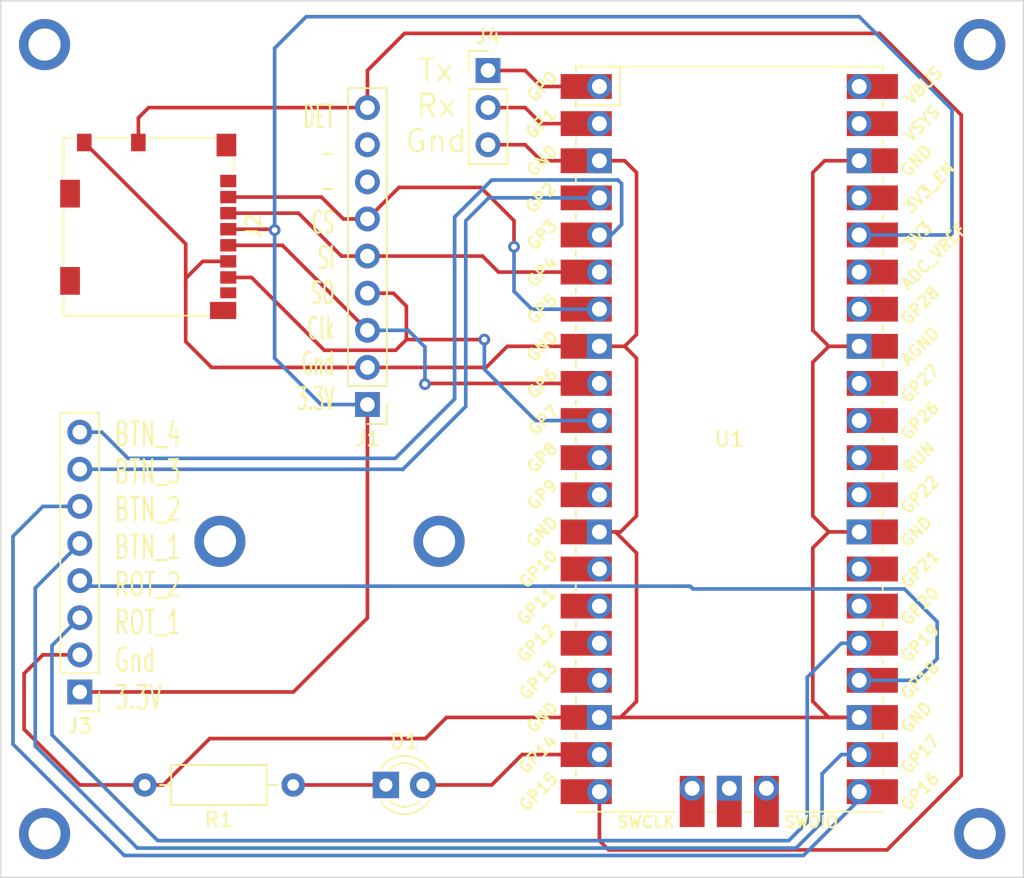
<source format=kicad_pcb>
(kicad_pcb (version 20211014) (generator pcbnew)
  (layers (0 "F.Cu" signal) (31 "B.Cu" signal) (34 "B.Paste" user) (35 "F.Paste" user) (36 "B.SilkS" user "B.Silkscreen") (37 "F.SilkS" user "F.Silkscreen") (38 "B.Mask" user) (39 "F.Mask" user) (44 "Edge.Cuts" user))
  (net 0 "")
  (net 1 "+3.3V")
  (net 2 "GND")
  (net 3 "SD_SPI_CLK")
  (net 4 "SD_SPI_TX")
  (net 5 "SD_SPI_RX")
  (net 6 "SD_CS")
  (net 9 "SD_DET")
  (net 12 "Net-(D1-Pad1)")
  (net 13 "DBG_LED")
  (net 14 "ROT_1")
  (net 15 "ROT_2")
  (net 22 "BUTTON_1")
  (net 37 "BUTTON_2")
  (net 38 "BUTTON_3")
  (net 39 "BUTTON_4")
  (net 40 "DBG_TX")
  (net 41 "DBG_RX")
  (footprint "Connector_PinHeader_2.54mm:PinHeader_1x08_P2.54mm_Vertical" (layer "F.Cu") (at 105.41 147.305 180)
    (fp_text reference "J3" (at 0 -2.33) (layer "F.SilkS"))
    (fp_text value "Conn_01x08_Male" hide)
    (fp_line (start -1.33 1.27) (end 1.33 1.27) (layer "F.SilkS") (width 0.12))
    (fp_line (start -1.33 0) (end -1.33 -1.33) (layer "F.SilkS") (width 0.12))
    (fp_line (start -1.33 19.11) (end 1.33 19.11) (layer "F.SilkS") (width 0.12))
    (fp_line (start 1.33 1.27) (end 1.33 19.11) (layer "F.SilkS") (width 0.12))
    (fp_line (start -1.33 1.27) (end -1.33 19.11) (layer "F.SilkS") (width 0.12))
    (fp_line (start -1.33 -1.33) (end 0 -1.33) (layer "F.SilkS") (width 0.12))
    (pad "1" thru_hole rect (at 0 0 180) (size 1.7 1.7) (drill 1) (layers *.Cu *.Mask) (net 1 "+3.3V"))
    (pad "2" thru_hole oval (at 0 2.54 180) (size 1.7 1.7) (drill 1) (layers *.Cu *.Mask) (net 2 "GND"))
    (pad "3" thru_hole oval (at 0 5.08 180) (size 1.7 1.7) (drill 1) (layers *.Cu *.Mask) (net 14 "ROT_1"))
    (pad "4" thru_hole oval (at 0 7.62 180) (size 1.7 1.7) (drill 1) (layers *.Cu *.Mask) (net 15 "ROT_2"))
    (pad "5" thru_hole oval (at 0 10.16 180) (size 1.7 1.7) (drill 1) (layers *.Cu *.Mask) (net 22 "BUTTON_1"))
    (pad "6" thru_hole oval (at 0 12.7 180) (size 1.7 1.7) (drill 1) (layers *.Cu *.Mask) (net 37 "BUTTON_2"))
    (pad "7" thru_hole oval (at 0 15.24 180) (size 1.7 1.7) (drill 1) (layers *.Cu *.Mask) (net 38 "BUTTON_3"))
    (pad "8" thru_hole oval (at 0 17.78 180) (size 1.7 1.7) (drill 1) (layers *.Cu *.Mask) (net 39 "BUTTON_4"))
  )
  (footprint "MountingHole:MountingHole_2.2mm_M2_ISO7380_Pad" (layer "F.Cu") (at 130 137)
    (fp_text reference "REF**" hide)
    (fp_text value "MountingHole_2.2mm_M2_ISO7380_Pad" hide)
    (pad "1" thru_hole circle (at 0 0) (size 3.5 3.5) (drill 2.2) (layers *.Cu *.Mask))
  )
  (footprint "Connector_Card:microSD_HC_Molex_104031-0811" (layer "F.Cu") (at 110.12 115.4425 -90)
    (fp_text reference "J2" (at 0 -7.18 90) (layer "F.SilkS"))
    (fp_text value "104031-0811" hide)
    (fp_line (start -6.07 5.1) (end -6.07 5.82) (layer "F.SilkS") (width 0.12))
    (fp_line (start -6.07 -4.45) (end -6.07 0) (layer "F.SilkS") (width 0.12))
    (fp_line (start 6.11 5.82) (end 6.11 -4) (layer "F.SilkS") (width 0.12))
    (fp_line (start -4.59 -5.82) (end -3.73 -5.82) (layer "F.SilkS") (width 0.12))
    (fp_line (start -6.07 1.4) (end -6.07 3.7) (layer "F.SilkS") (width 0.12))
    (fp_line (start 4.88 5.82) (end 6.11 5.82) (layer "F.SilkS") (width 0.12))
    (fp_line (start -1.09 5.82) (end 2.58 5.82) (layer "F.SilkS") (width 0.12))
    (fp_line (start -6.07 5.82) (end -3.39 5.82) (layer "F.SilkS") (width 0.12))
    (pad "1" smd rect (at -3.105 -5.45 270) (size 0.85 1.1) (layers "F.Cu" "F.Paste" "F.Mask"))
    (pad "2" smd rect (at -2.005 -5.45 270) (size 0.85 1.1) (layers "F.Cu" "F.Paste" "F.Mask") (net 6 "SD_CS"))
    (pad "3" smd rect (at -0.905 -5.45 270) (size 0.85 1.1) (layers "F.Cu" "F.Paste" "F.Mask") (net 4 "SD_SPI_TX"))
    (pad "4" smd rect (at 0.195 -5.45 270) (size 0.85 1.1) (layers "F.Cu" "F.Paste" "F.Mask") (net 1 "+3.3V"))
    (pad "5" smd rect (at 1.295 -5.45 270) (size 0.85 1.1) (layers "F.Cu" "F.Paste" "F.Mask") (net 3 "SD_SPI_CLK"))
    (pad "6" smd rect (at 2.395 -5.45 270) (size 0.85 1.1) (layers "F.Cu" "F.Paste" "F.Mask") (net 2 "GND"))
    (pad "7" smd rect (at 3.495 -5.45 270) (size 0.85 1.1) (layers "F.Cu" "F.Paste" "F.Mask") (net 5 "SD_SPI_RX"))
    (pad "8" smd rect (at 4.545 -5.45 270) (size 0.75 1.1) (layers "F.Cu" "F.Paste" "F.Mask"))
    (pad "9" smd rect (at -5.74 0.7 270) (size 1.2 1) (layers "F.Cu" "F.Paste" "F.Mask") (net 9 "SD_DET"))
    (pad "10" smd rect (at -5.74 4.4 270) (size 1.2 1) (layers "F.Cu" "F.Paste" "F.Mask") (net 2 "GND"))
    (pad "11" smd rect (at 3.73 5.375 270) (size 1.9 1.35) (layers "F.Cu" "F.Paste" "F.Mask"))
    (pad "11" smd rect (at 5.755 -5.1 270) (size 1.17 1.8) (layers "F.Cu" "F.Paste" "F.Mask"))
    (pad "11" smd rect (at -5.565 -5.325 270) (size 1.55 1.35) (layers "F.Cu" "F.Paste" "F.Mask"))
    (pad "11" smd rect (at -2.24 5.375 270) (size 1.9 1.35) (layers "F.Cu" "F.Paste" "F.Mask"))
  )
  (footprint "MountingHole:MountingHole_2.2mm_M2_ISO7380_Pad" (layer "F.Cu") (at 115 137)
    (fp_text reference "REF**" hide)
    (fp_text value "MountingHole_2.2mm_M2_ISO7380_Pad" hide)
    (pad "1" thru_hole circle (at 0 0) (size 3.5 3.5) (drill 2.2) (layers *.Cu *.Mask))
  )
  (footprint "MountingHole:MountingHole_2.2mm_M2_ISO7380_Pad" (layer "F.Cu") (at 103 157)
    (fp_text reference "REF**" hide)
    (fp_text value "MountingHole_2.2mm_M2_ISO7380_Pad" hide)
    (pad "1" thru_hole circle (at 0 0) (size 3.5 3.5) (drill 2.2) (layers *.Cu *.Mask))
  )
  (footprint "MCU_RaspberryPi_and_Boards:RPi_Pico_SMD_TH" (layer "F.Cu") (at 149.86 130)
    (fp_text reference "U1" (at 0 0) (layer "F.SilkS"))
    (fp_text value "Pico")
    (fp_text user "GND" (at -12.8 6.35 45) (layer "F.SilkS") (effects (font (size 0.8 0.8))))
    (fp_text user "GP2" (at -12.9 -16.51 45) (layer "F.SilkS") (effects (font (size 0.8 0.8))))
    (fp_text user "GP3" (at -12.8 -13.97 45) (layer "F.SilkS") (effects (font (size 0.8 0.8))))
    (fp_text user "GP15" (at -13.054 24.13 45) (layer "F.SilkS") (effects (font (size 0.8 0.8))))
    (fp_text user "GP21" (at 13.054 8.9 45) (layer "F.SilkS") (effects (font (size 0.8 0.8))))
    (fp_text user "GP7" (at -12.7 -1.3 45) (layer "F.SilkS") (effects (font (size 0.8 0.8))))
    (fp_text user "GP26" (at 13.054 -1.27 45) (layer "F.SilkS") (effects (font (size 0.8 0.8))))
    (fp_text user "GP19" (at 13.054 13.97 45) (layer "F.SilkS") (effects (font (size 0.8 0.8))))
    (fp_text user "GP4" (at -12.8 -11.43 45) (layer "F.SilkS") (effects (font (size 0.8 0.8))))
    (fp_text user "GP1" (at -12.9 -21.6 45) (layer "F.SilkS") (effects (font (size 0.8 0.8))))
    (fp_text user "VBUS" (at 13.3 -24.2 45) (layer "F.SilkS") (effects (font (size 0.8 0.8))))
    (fp_text user "GP9" (at -12.8 3.81 45) (layer "F.SilkS") (effects (font (size 0.8 0.8))))
    (fp_text user "RUN" (at 13 1.27 45) (layer "F.SilkS") (effects (font (size 0.8 0.8))))
    (fp_text user "GP28" (at 13.054 -9.144 45) (layer "F.SilkS") (effects (font (size 0.8 0.8))))
    (fp_text user "GND" (at 12.8 -19.05 45) (layer "F.SilkS") (effects (font (size 0.8 0.8))))
    (fp_text user "AGND" (at 13.054 -6.35 45) (layer "F.SilkS") (effects (font (size 0.8 0.8))))
    (fp_text user "SWDIO" (at 5.6 26.2) (layer "F.SilkS") (effects (font (size 0.8 0.8))))
    (fp_text user "GP5" (at -12.8 -8.89 45) (layer "F.SilkS") (effects (font (size 0.8 0.8))))
    (fp_text user "GND" (at -12.8 -19.05 45) (layer "F.SilkS") (effects (font (size 0.8 0.8))))
    (fp_text user "3V3" (at 12.9 -13.9 45) (layer "F.SilkS") (effects (font (size 0.8 0.8))))
    (fp_text user "GND" (at 12.8 19.05 45) (layer "F.SilkS") (effects (font (size 0.8 0.8))))
    (fp_text user "GP22" (at 13.054 3.81 45) (layer "F.SilkS") (effects (font (size 0.8 0.8))))
    (fp_text user "GND" (at 12.8 6.35 45) (layer "F.SilkS") (effects (font (size 0.8 0.8))))
    (fp_text user "GP18" (at 13.054 16.51 45) (layer "F.SilkS") (effects (font (size 0.8 0.8))))
    (fp_text user "ADC_VREF" (at 14 -12.5 45) (layer "F.SilkS") (effects (font (size 0.8 0.8))))
    (fp_text user "GP12" (at -13.2 13.97 45) (layer "F.SilkS") (effects (font (size 0.8 0.8))))
    (fp_text user "VSYS" (at 13.2 -21.59 45) (layer "F.SilkS") (effects (font (size 0.8 0.8))))
    (fp_text user "GP27" (at 13.054 -3.8 45) (layer "F.SilkS") (effects (font (size 0.8 0.8))))
    (fp_text user "GP20" (at 13.054 11.43 45) (layer "F.SilkS") (effects (font (size 0.8 0.8))))
    (fp_text user "GND" (at -12.8 -6.35 45) (layer "F.SilkS") (effects (font (size 0.8 0.8))))
    (fp_text user "GP6" (at -12.8 -3.81 45) (layer "F.SilkS") (effects (font (size 0.8 0.8))))
    (fp_text user "GP11" (at -13.2 11.43 45) (layer "F.SilkS") (effects (font (size 0.8 0.8))))
    (fp_text user "GP14" (at -13.1 21.59 45) (layer "F.SilkS") (effects (font (size 0.8 0.8))))
    (fp_text user "GP13" (at -13.054 16.51 45) (layer "F.SilkS") (effects (font (size 0.8 0.8))))
    (fp_text user "GP8" (at -12.8 1.27 45) (layer "F.SilkS") (effects (font (size 0.8 0.8))))
    (fp_text user "GND" (at -12.8 19.05 45) (layer "F.SilkS") (effects (font (size 0.8 0.8))))
    (fp_text user "SWCLK" (at -5.7 26.2) (layer "F.SilkS") (effects (font (size 0.8 0.8))))
    (fp_text user "GP0" (at -12.8 -24.13 45) (layer "F.SilkS") (effects (font (size 0.8 0.8))))
    (fp_text user "GP10" (at -13.054 8.89 45) (layer "F.SilkS") (effects (font (size 0.8 0.8))))
    (fp_text user "3V3_EN" (at 13.7 -17.2 45) (layer "F.SilkS") (effects (font (size 0.8 0.8))))
    (fp_text user "GP16" (at 13.054 24.13 45) (layer "F.SilkS") (effects (font (size 0.8 0.8))))
    (fp_text user "GP17" (at 13.054 21.59 45) (layer "F.SilkS") (effects (font (size 0.8 0.8))))
    (fp_line (start -10.5 -10.4) (end -10.5 -10) (layer "F.SilkS") (width 0.12))
    (fp_line (start -10.5 2.3) (end -10.5 2.7) (layer "F.SilkS") (width 0.12))
    (fp_line (start 10.5 -23.1) (end 10.5 -22.7) (layer "F.SilkS") (width 0.12))
    (fp_line (start -10.5 -23.1) (end -10.5 -22.7) (layer "F.SilkS") (width 0.12))
    (fp_line (start -10.5 -25.5) (end -10.5 -25.2) (layer "F.SilkS") (width 0.12))
    (fp_line (start -10.5 -7.8) (end -10.5 -7.4) (layer "F.SilkS") (width 0.12))
    (fp_line (start 10.5 -20.5) (end 10.5 -20.1) (layer "F.SilkS") (width 0.12))
    (fp_line (start 10.5 -15.4) (end 10.5 -15) (layer "F.SilkS") (width 0.12))
    (fp_line (start -10.5 -15.4) (end -10.5 -15) (layer "F.SilkS") (width 0.12))
    (fp_line (start 10.5 4.9) (end 10.5 5.3) (layer "F.SilkS") (width 0.12))
    (fp_line (start -10.5 -12.9) (end -10.5 -12.5) (layer "F.SilkS") (width 0.12))
    (fp_line (start 10.5 22.7) (end 10.5 23.1) (layer "F.SilkS") (width 0.12))
    (fp_line (start -10.5 4.9) (end -10.5 5.3) (layer "F.SilkS") (width 0.12))
    (fp_line (start -10.5 -18) (end -10.5 -17.6) (layer "F.SilkS") (width 0.12))
    (fp_line (start -10.5 17.6) (end -10.5 18) (layer "F.SilkS") (width 0.12))
    (fp_line (start -10.5 -20.5) (end -10.5 -20.1) (layer "F.SilkS") (width 0.12))
    (fp_line (start 10.5 12.5) (end 10.5 12.9) (layer "F.SilkS") (width 0.12))
    (fp_line (start -10.5 12.5) (end -10.5 12.9) (layer "F.SilkS") (width 0.12))
    (fp_line (start -10.5 -22.833) (end -7.493 -22.833) (layer "F.SilkS") (width 0.12))
    (fp_line (start 10.5 15.1) (end 10.5 15.5) (layer "F.SilkS") (width 0.12))
    (fp_line (start 10.5 7.4) (end 10.5 7.8) (layer "F.SilkS") (width 0.12))
    (fp_line (start 10.5 17.6) (end 10.5 18) (layer "F.SilkS") (width 0.12))
    (fp_line (start -10.5 15.1) (end -10.5 15.5) (layer "F.SilkS") (width 0.12))
    (fp_line (start 10.5 -25.5) (end 10.5 -25.2) (layer "F.SilkS") (width 0.12))
    (fp_line (start 10.5 -2.7) (end 10.5 -2.3) (layer "F.SilkS") (width 0.12))
    (fp_line (start -10.5 7.4) (end -10.5 7.8) (layer "F.SilkS") (width 0.12))
    (fp_line (start -1.5 25.5) (end -1.1 25.5) (layer "F.SilkS") (width 0.12))
    (fp_line (start 10.5 2.3) (end 10.5 2.7) (layer "F.SilkS") (width 0.12))
    (fp_line (start 10.5 20.1) (end 10.5 20.5) (layer "F.SilkS") (width 0.12))
    (fp_line (start -7.493 -22.833) (end -7.493 -25.5) (layer "F.SilkS") (width 0.12))
    (fp_line (start -10.5 -2.7) (end -10.5 -2.3) (layer "F.SilkS") (width 0.12))
    (fp_line (start 10.5 -7.8) (end 10.5 -7.4) (layer "F.SilkS") (width 0.12))
    (fp_line (start 10.5 10) (end 10.5 10.4) (layer "F.SilkS") (width 0.12))
    (fp_line (start 10.5 25.5) (end 3.7 25.5) (layer "F.SilkS") (width 0.12))
    (fp_line (start -10.5 -25.5) (end 10.5 -25.5) (layer "F.SilkS") (width 0.12))
    (fp_line (start 1.1 25.5) (end 1.5 25.5) (layer "F.SilkS") (width 0.12))
    (fp_line (start -10.5 20.1) (end -10.5 20.5) (layer "F.SilkS") (width 0.12))
    (fp_line (start -10.5 -5.3) (end -10.5 -4.9) (layer "F.SilkS") (width 0.12))
    (fp_line (start 10.5 -18) (end 10.5 -17.6) (layer "F.SilkS") (width 0.12))
    (fp_line (start -10.5 10) (end -10.5 10.4) (layer "F.SilkS") (width 0.12))
    (fp_line (start 10.5 -10.4) (end 10.5 -10) (layer "F.SilkS") (width 0.12))
    (fp_line (start 10.5 -0.2) (end 10.5 0.2) (layer "F.SilkS") (width 0.12))
    (fp_line (start 10.5 -12.9) (end 10.5 -12.5) (layer "F.SilkS") (width 0.12))
    (fp_line (start -10.5 22.7) (end -10.5 23.1) (layer "F.SilkS") (width 0.12))
    (fp_line (start -3.7 25.5) (end -10.5 25.5) (layer "F.SilkS") (width 0.12))
    (fp_line (start -10.5 -0.2) (end -10.5 0.2) (layer "F.SilkS") (width 0.12))
    (fp_line (start 10.5 -5.3) (end 10.5 -4.9) (layer "F.SilkS") (width 0.12))
    (pad "" np_thru_hole oval (at 2.425 -20.97) (size 1.5 1.5) (drill 1.5) (layers *.Cu *.Mask))
    (pad "" np_thru_hole oval (at -2.425 -20.97) (size 1.5 1.5) (drill 1.5) (layers *.Cu *.Mask))
    (pad "" np_thru_hole oval (at -2.725 -24) (size 1.8 1.8) (drill 1.8) (layers *.Cu *.Mask))
    (pad "" np_thru_hole oval (at 2.725 -24) (size 1.8 1.8) (drill 1.8) (layers *.Cu *.Mask))
    (pad "1" smd rect (at -8.89 -24.13) (size 3.5 1.7) (drill (offset -0.9 0)) (layers "F.Cu" "F.Mask") (net 40 "DBG_TX"))
    (pad "1" thru_hole oval (at -8.89 -24.13) (size 1.7 1.7) (drill 1.02) (layers *.Cu *.Mask) (net 40 "DBG_TX"))
    (pad "2" smd rect (at -8.89 -21.59) (size 3.5 1.7) (drill (offset -0.9 0)) (layers "F.Cu" "F.Mask") (net 41 "DBG_RX"))
    (pad "2" thru_hole oval (at -8.89 -21.59) (size 1.7 1.7) (drill 1.02) (layers *.Cu *.Mask) (net 41 "DBG_RX"))
    (pad "3" thru_hole rect (at -8.89 -19.05) (size 1.7 1.7) (drill 1.02) (layers *.Cu *.Mask) (net 2 "GND"))
    (pad "3" smd rect (at -8.89 -19.05) (size 3.5 1.7) (drill (offset -0.9 0)) (layers "F.Cu" "F.Mask") (net 2 "GND"))
    (pad "4" smd rect (at -8.89 -16.51) (size 3.5 1.7) (drill (offset -0.9 0)) (layers "F.Cu" "F.Mask") (net 38 "BUTTON_3"))
    (pad "4" thru_hole oval (at -8.89 -16.51) (size 1.7 1.7) (drill 1.02) (layers *.Cu *.Mask) (net 38 "BUTTON_3"))
    (pad "5" thru_hole oval (at -8.89 -13.97) (size 1.7 1.7) (drill 1.02) (layers *.Cu *.Mask) (net 39 "BUTTON_4"))
    (pad "5" smd rect (at -8.89 -13.97) (size 3.5 1.7) (drill (offset -0.9 0)) (layers "F.Cu" "F.Mask") (net 39 "BUTTON_4"))
    (pad "6" thru_hole oval (at -8.89 -11.43) (size 1.7 1.7) (drill 1.02) (layers *.Cu *.Mask) (net 4 "SD_SPI_TX"))
    (pad "6" smd rect (at -8.89 -11.43) (size 3.5 1.7) (drill (offset -0.9 0)) (layers "F.Cu" "F.Mask") (net 4 "SD_SPI_TX"))
    (pad "7" thru_hole oval (at -8.89 -8.89) (size 1.7 1.7) (drill 1.02) (layers *.Cu *.Mask) (net 6 "SD_CS"))
    (pad "7" smd rect (at -8.89 -8.89) (size 3.5 1.7) (drill (offset -0.9 0)) (layers "F.Cu" "F.Mask") (net 6 "SD_CS"))
    (pad "8" smd rect (at -8.89 -6.35) (size 3.5 1.7) (drill (offset -0.9 0)) (layers "F.Cu" "F.Mask") (net 2 "GND"))
    (pad "8" thru_hole rect (at -8.89 -6.35) (size 1.7 1.7) (drill 1.02) (layers *.Cu *.Mask) (net 2 "GND"))
    (pad "9" thru_hole oval (at -8.89 -3.81) (size 1.7 1.7) (drill 1.02) (layers *.Cu *.Mask) (net 3 "SD_SPI_CLK"))
    (pad "9" smd rect (at -8.89 -3.81) (size 3.5 1.7) (drill (offset -0.9 0)) (layers "F.Cu" "F.Mask") (net 3 "SD_SPI_CLK"))
    (pad "10" smd rect (at -8.89 -1.27) (size 3.5 1.7) (drill (offset -0.9 0)) (layers "F.Cu" "F.Mask") (net 5 "SD_SPI_RX"))
    (pad "10" thru_hole oval (at -8.89 -1.27) (size 1.7 1.7) (drill 1.02) (layers *.Cu *.Mask) (net 5 "SD_SPI_RX"))
    (pad "11" smd rect (at -8.89 1.27) (size 3.5 1.7) (drill (offset -0.9 0)) (layers "F.Cu" "F.Mask"))
    (pad "11" thru_hole oval (at -8.89 1.27) (size 1.7 1.7) (drill 1.02) (layers *.Cu *.Mask))
    (pad "12" thru_hole oval (at -8.89 3.81) (size 1.7 1.7) (drill 1.02) (layers *.Cu *.Mask))
    (pad "12" smd rect (at -8.89 3.81) (size 3.5 1.7) (drill (offset -0.9 0)) (layers "F.Cu" "F.Mask"))
    (pad "13" smd rect (at -8.89 6.35) (size 3.5 1.7) (drill (offset -0.9 0)) (layers "F.Cu" "F.Mask") (net 2 "GND"))
    (pad "13" thru_hole rect (at -8.89 6.35) (size 1.7 1.7) (drill 1.02) (layers *.Cu *.Mask) (net 2 "GND"))
    (pad "14" smd rect (at -8.89 8.89) (size 3.5 1.7) (drill (offset -0.9 0)) (layers "F.Cu" "F.Mask"))
    (pad "14" thru_hole oval (at -8.89 8.89) (size 1.7 1.7) (drill 1.02) (layers *.Cu *.Mask))
    (pad "15" thru_hole oval (at -8.89 11.43) (size 1.7 1.7) (drill 1.02) (layers *.Cu *.Mask))
    (pad "15" smd rect (at -8.89 11.43) (size 3.5 1.7) (drill (offset -0.9 0)) (layers "F.Cu" "F.Mask"))
    (pad "16" smd rect (at -8.89 13.97) (size 3.5 1.7) (drill (offset -0.9 0)) (layers "F.Cu" "F.Mask"))
    (pad "16" thru_hole oval (at -8.89 13.97) (size 1.7 1.7) (drill 1.02) (layers *.Cu *.Mask))
    (pad "17" smd rect (at -8.89 16.51) (size 3.5 1.7) (drill (offset -0.9 0)) (layers "F.Cu" "F.Mask"))
    (pad "17" thru_hole oval (at -8.89 16.51) (size 1.7 1.7) (drill 1.02) (layers *.Cu *.Mask))
    (pad "18" smd rect (at -8.89 19.05) (size 3.5 1.7) (drill (offset -0.9 0)) (layers "F.Cu" "F.Mask") (net 2 "GND"))
    (pad "18" thru_hole rect (at -8.89 19.05) (size 1.7 1.7) (drill 1.02) (layers *.Cu *.Mask) (net 2 "GND"))
    (pad "19" thru_hole oval (at -8.89 21.59) (size 1.7 1.7) (drill 1.02) (layers *.Cu *.Mask) (net 13 "DBG_LED"))
    (pad "19" smd rect (at -8.89 21.59) (size 3.5 1.7) (drill (offset -0.9 0)) (layers "F.Cu" "F.Mask") (net 13 "DBG_LED"))
    (pad "20" smd rect (at -8.89 24.13) (size 3.5 1.7) (drill (offset -0.9 0)) (layers "F.Cu" "F.Mask") (net 9 "SD_DET"))
    (pad "20" thru_hole oval (at -8.89 24.13) (size 1.7 1.7) (drill 1.02) (layers *.Cu *.Mask) (net 9 "SD_DET"))
    (pad "21" smd rect (at 8.89 24.13) (size 3.5 1.7) (drill (offset 0.9 0)) (layers "F.Cu" "F.Mask") (net 37 "BUTTON_2"))
    (pad "21" thru_hole oval (at 8.89 24.13) (size 1.7 1.7) (drill 1.02) (layers *.Cu *.Mask) (net 37 "BUTTON_2"))
    (pad "22" thru_hole oval (at 8.89 21.59) (size 1.7 1.7) (drill 1.02) (layers *.Cu *.Mask) (net 22 "BUTTON_1"))
    (pad "22" smd rect (at 8.89 21.59) (size 3.5 1.7) (drill (offset 0.9 0)) (layers "F.Cu" "F.Mask") (net 22 "BUTTON_1"))
    (pad "23" thru_hole rect (at 8.89 19.05) (size 1.7 1.7) (drill 1.02) (layers *.Cu *.Mask) (net 2 "GND"))
    (pad "23" smd rect (at 8.89 19.05) (size 3.5 1.7) (drill (offset 0.9 0)) (layers "F.Cu" "F.Mask") (net 2 "GND"))
    (pad "24" thru_hole oval (at 8.89 16.51) (size 1.7 1.7) (drill 1.02) (layers *.Cu *.Mask) (net 15 "ROT_2"))
    (pad "24" smd rect (at 8.89 16.51) (size 3.5 1.7) (drill (offset 0.9 0)) (layers "F.Cu" "F.Mask") (net 15 "ROT_2"))
    (pad "25" thru_hole oval (at 8.89 13.97) (size 1.7 1.7) (drill 1.02) (layers *.Cu *.Mask) (net 14 "ROT_1"))
    (pad "25" smd rect (at 8.89 13.97) (size 3.5 1.7) (drill (offset 0.9 0)) (layers "F.Cu" "F.Mask") (net 14 "ROT_1"))
    (pad "26" thru_hole oval (at 8.89 11.43) (size 1.7 1.7) (drill 1.02) (layers *.Cu *.Mask))
    (pad "26" smd rect (at 8.89 11.43) (size 3.5 1.7) (drill (offset 0.9 0)) (layers "F.Cu" "F.Mask"))
    (pad "27" thru_hole oval (at 8.89 8.89) (size 1.7 1.7) (drill 1.02) (layers *.Cu *.Mask))
    (pad "27" smd rect (at 8.89 8.89) (size 3.5 1.7) (drill (offset 0.9 0)) (layers "F.Cu" "F.Mask"))
    (pad "28" smd rect (at 8.89 6.35) (size 3.5 1.7) (drill (offset 0.9 0)) (layers "F.Cu" "F.Mask") (net 2 "GND"))
    (pad "28" thru_hole rect (at 8.89 6.35) (size 1.7 1.7) (drill 1.02) (layers *.Cu *.Mask) (net 2 "GND"))
    (pad "29" thru_hole oval (at 8.89 3.81) (size 1.7 1.7) (drill 1.02) (layers *.Cu *.Mask))
    (pad "29" smd rect (at 8.89 3.81) (size 3.5 1.7) (drill (offset 0.9 0)) (layers "F.Cu" "F.Mask"))
    (pad "30" smd rect (at 8.89 1.27) (size 3.5 1.7) (drill (offset 0.9 0)) (layers "F.Cu" "F.Mask"))
    (pad "30" thru_hole oval (at 8.89 1.27) (size 1.7 1.7) (drill 1.02) (layers *.Cu *.Mask))
    (pad "31" thru_hole oval (at 8.89 -1.27) (size 1.7 1.7) (drill 1.02) (layers *.Cu *.Mask))
    (pad "31" smd rect (at 8.89 -1.27) (size 3.5 1.7) (drill (offset 0.9 0)) (layers "F.Cu" "F.Mask"))
    (pad "32" smd rect (at 8.89 -3.81) (size 3.5 1.7) (drill (offset 0.9 0)) (layers "F.Cu" "F.Mask"))
    (pad "32" thru_hole oval (at 8.89 -3.81) (size 1.7 1.7) (drill 1.02) (layers *.Cu *.Mask))
    (pad "33" smd rect (at 8.89 -6.35) (size 3.5 1.7) (drill (offset 0.9 0)) (layers "F.Cu" "F.Mask") (net 2 "GND"))
    (pad "33" thru_hole rect (at 8.89 -6.35) (size 1.7 1.7) (drill 1.02) (layers *.Cu *.Mask) (net 2 "GND"))
    (pad "34" smd rect (at 8.89 -8.89) (size 3.5 1.7) (drill (offset 0.9 0)) (layers "F.Cu" "F.Mask"))
    (pad "34" thru_hole oval (at 8.89 -8.89) (size 1.7 1.7) (drill 1.02) (layers *.Cu *.Mask))
    (pad "35" smd rect (at 8.89 -11.43) (size 3.5 1.7) (drill (offset 0.9 0)) (layers "F.Cu" "F.Mask"))
    (pad "35" thru_hole oval (at 8.89 -11.43) (size 1.7 1.7) (drill 1.02) (layers *.Cu *.Mask))
    (pad "36" thru_hole oval (at 8.89 -13.97) (size 1.7 1.7) (drill 1.02) (layers *.Cu *.Mask) (net 1 "+3.3V"))
    (pad "36" smd rect (at 8.89 -13.97) (size 3.5 1.7) (drill (offset 0.9 0)) (layers "F.Cu" "F.Mask") (net 1 "+3.3V"))
    (pad "37" smd rect (at 8.89 -16.51) (size 3.5 1.7) (drill (offset 0.9 0)) (layers "F.Cu" "F.Mask"))
    (pad "37" thru_hole oval (at 8.89 -16.51) (size 1.7 1.7) (drill 1.02) (layers *.Cu *.Mask))
    (pad "38" smd rect (at 8.89 -19.05) (size 3.5 1.7) (drill (offset 0.9 0)) (layers "F.Cu" "F.Mask") (net 2 "GND"))
    (pad "38" thru_hole rect (at 8.89 -19.05) (size 1.7 1.7) (drill 1.02) (layers *.Cu *.Mask) (net 2 "GND"))
    (pad "39" smd rect (at 8.89 -21.59) (size 3.5 1.7) (drill (offset 0.9 0)) (layers "F.Cu" "F.Mask"))
    (pad "39" thru_hole oval (at 8.89 -21.59) (size 1.7 1.7) (drill 1.02) (layers *.Cu *.Mask))
    (pad "40" thru_hole oval (at 8.89 -24.13) (size 1.7 1.7) (drill 1.02) (layers *.Cu *.Mask))
    (pad "40" smd rect (at 8.89 -24.13) (size 3.5 1.7) (drill (offset 0.9 0)) (layers "F.Cu" "F.Mask"))
    (pad "41" thru_hole oval (at -2.54 23.9) (size 1.7 1.7) (drill 1.02) (layers *.Cu *.Mask))
    (pad "41" smd rect (at -2.54 23.9 90) (size 3.5 1.7) (drill (offset -0.9 0)) (layers "F.Cu" "F.Mask"))
    (pad "42" thru_hole rect (at 0 23.9) (size 1.7 1.7) (drill 1.02) (layers *.Cu *.Mask))
    (pad "42" smd rect (at 0 23.9 90) (size 3.5 1.7) (drill (offset -0.9 0)) (layers "F.Cu" "F.Mask"))
    (pad "43" smd rect (at 2.54 23.9 90) (size 3.5 1.7) (drill (offset -0.9 0)) (layers "F.Cu" "F.Mask"))
    (pad "43" thru_hole oval (at 2.54 23.9) (size 1.7 1.7) (drill 1.02) (layers *.Cu *.Mask))
  )
  (footprint "MountingHole:MountingHole_2.2mm_M2_ISO7380_Pad" (layer "F.Cu") (at 167 157)
    (fp_text reference "REF**" hide)
    (fp_text value "MountingHole_2.2mm_M2_ISO7380_Pad" hide)
    (pad "1" thru_hole circle (at 0 0) (size 3.5 3.5) (drill 2.2) (layers *.Cu *.Mask))
  )
  (footprint "MountingHole:MountingHole_2.2mm_M2_ISO7380_Pad" (layer "F.Cu") (at 167 103)
    (fp_text reference "REF**" hide)
    (fp_text value "MountingHole_2.2mm_M2_ISO7380_Pad" hide)
    (pad "1" thru_hole circle (at 0 0) (size 3.5 3.5) (drill 2.2) (layers *.Cu *.Mask))
  )
  (footprint "Resistor_THT:R_Axial_DIN0207_L6.3mm_D2.5mm_P10.16mm_Horizontal" (layer "F.Cu") (at 120.015 153.67 180)
    (fp_text reference "R1" (at 5.08 -2.37) (layer "F.SilkS"))
    (fp_text value "R_US")
    (fp_line (start 1.04 0) (end 1.81 0) (layer "F.SilkS") (width 0.12))
    (fp_line (start 1.81 1.37) (end 8.35 1.37) (layer "F.SilkS") (width 0.12))
    (fp_line (start 8.35 -1.37) (end 1.81 -1.37) (layer "F.SilkS") (width 0.12))
    (fp_line (start 9.12 0) (end 8.35 0) (layer "F.SilkS") (width 0.12))
    (fp_line (start 1.81 -1.37) (end 1.81 1.37) (layer "F.SilkS") (width 0.12))
    (fp_line (start 8.35 1.37) (end 8.35 -1.37) (layer "F.SilkS") (width 0.12))
    (pad "1" thru_hole circle (at 0 0 180) (size 1.6 1.6) (drill 0.8) (layers *.Cu *.Mask) (net 12 "Net-(D1-Pad1)"))
    (pad "2" thru_hole oval (at 10.16 0 180) (size 1.6 1.6) (drill 0.8) (layers *.Cu *.Mask) (net 2 "GND"))
  )
  (footprint "Connector_PinHeader_2.54mm:PinHeader_1x09_P2.54mm_Vertical" (layer "F.Cu") (at 125.095 127.635 180)
    (fp_text reference "J1" (at 0 -2.33) (layer "F.SilkS"))
    (fp_text value "Conn_01x09_Male" hide)
    (fp_line (start -1.33 -1.33) (end 0 -1.33) (layer "F.SilkS") (width 0.12))
    (fp_line (start -1.33 21.65) (end 1.33 21.65) (layer "F.SilkS") (width 0.12))
    (fp_line (start 1.33 1.27) (end 1.33 21.65) (layer "F.SilkS") (width 0.12))
    (fp_line (start -1.33 1.27) (end -1.33 21.65) (layer "F.SilkS") (width 0.12))
    (fp_line (start -1.33 0) (end -1.33 -1.33) (layer "F.SilkS") (width 0.12))
    (fp_line (start -1.33 1.27) (end 1.33 1.27) (layer "F.SilkS") (width 0.12))
    (pad "1" thru_hole rect (at 0 0 180) (size 1.7 1.7) (drill 1) (layers *.Cu *.Mask) (net 1 "+3.3V"))
    (pad "2" thru_hole oval (at 0 2.54 180) (size 1.7 1.7) (drill 1) (layers *.Cu *.Mask) (net 2 "GND"))
    (pad "3" thru_hole oval (at 0 5.08 180) (size 1.7 1.7) (drill 1) (layers *.Cu *.Mask) (net 3 "SD_SPI_CLK"))
    (pad "4" thru_hole oval (at 0 7.62 180) (size 1.7 1.7) (drill 1) (layers *.Cu *.Mask) (net 5 "SD_SPI_RX"))
    (pad "5" thru_hole oval (at 0 10.16 180) (size 1.7 1.7) (drill 1) (layers *.Cu *.Mask) (net 4 "SD_SPI_TX"))
    (pad "6" thru_hole oval (at 0 12.7 180) (size 1.7 1.7) (drill 1) (layers *.Cu *.Mask) (net 6 "SD_CS"))
    (pad "7" thru_hole oval (at 0 15.24 180) (size 1.7 1.7) (drill 1) (layers *.Cu *.Mask))
    (pad "8" thru_hole oval (at 0 17.78 180) (size 1.7 1.7) (drill 1) (layers *.Cu *.Mask))
    (pad "9" thru_hole oval (at 0 20.32 180) (size 1.7 1.7) (drill 1) (layers *.Cu *.Mask) (net 9 "SD_DET"))
  )
  (footprint "Connector_PinHeader_2.54mm:PinHeader_1x03_P2.54mm_Vertical" (layer "F.Cu") (at 133.35 104.775)
    (fp_text reference "J4" (at 0 -2.33) (layer "F.SilkS"))
    (fp_text value "Conn_01x03_Male" hide)
    (fp_line (start -1.33 6.41) (end 1.33 6.41) (layer "F.SilkS") (width 0.12))
    (fp_line (start -1.33 0) (end -1.33 -1.33) (layer "F.SilkS") (width 0.12))
    (fp_line (start -1.33 1.27) (end 1.33 1.27) (layer "F.SilkS") (width 0.12))
    (fp_line (start -1.33 -1.33) (end 0 -1.33) (layer "F.SilkS") (width 0.12))
    (fp_line (start 1.33 1.27) (end 1.33 6.41) (layer "F.SilkS") (width 0.12))
    (fp_line (start -1.33 1.27) (end -1.33 6.41) (layer "F.SilkS") (width 0.12))
    (pad "1" thru_hole rect (at 0 0) (size 1.7 1.7) (drill 1) (layers *.Cu *.Mask) (net 40 "DBG_TX"))
    (pad "2" thru_hole oval (at 0 2.54) (size 1.7 1.7) (drill 1) (layers *.Cu *.Mask) (net 41 "DBG_RX"))
    (pad "3" thru_hole oval (at 0 5.08) (size 1.7 1.7) (drill 1) (layers *.Cu *.Mask) (net 2 "GND"))
  )
  (footprint "LED_THT:LED_D3.0mm" (layer "F.Cu") (at 126.36 153.67)
    (fp_text reference "D1" (at 1.27 -2.96) (layer "F.SilkS"))
    (fp_text value "LED")
    (fp_line (start -0.29 -1.236) (end -0.29 -1.08) (layer "F.SilkS") (width 0.12))
    (fp_line (start -0.29 1.08) (end -0.29 1.236) (layer "F.SilkS") (width 0.12))
    (fp_arc (start -0.29 -1.235516) (mid 1.366487 -1.987659) (end 2.942335 -1.078608) (layer "F.SilkS") (width 0.12))
    (fp_arc (start 2.942335 1.078608) (mid 1.366487 1.987659) (end -0.29 1.235516) (layer "F.SilkS") (width 0.12))
    (fp_arc (start 2.31113 1.079837) (mid 1.270117 1.5) (end 0.229039 1.08) (layer "F.SilkS") (width 0.12))
    (fp_arc (start 0.229039 -1.08) (mid 1.270117 -1.5) (end 2.31113 -1.079837) (layer "F.SilkS") (width 0.12))
    (pad "1" thru_hole rect (at 0 0) (size 1.8 1.8) (drill 0.9) (layers *.Cu *.Mask) (net 12 "Net-(D1-Pad1)"))
    (pad "2" thru_hole circle (at 2.54 0) (size 1.8 1.8) (drill 0.9) (layers *.Cu *.Mask) (net 13 "DBG_LED"))
  )
  (footprint "MountingHole:MountingHole_2.2mm_M2_ISO7380_Pad" (layer "F.Cu") (at 103 103)
    (fp_text reference "REF**" hide)
    (fp_text value "MountingHole_2.2mm_M2_ISO7380_Pad" hide)
    (pad "1" thru_hole circle (at 0 0) (size 3.5 3.5) (drill 2.2) (layers *.Cu *.Mask))
  )
  (gr_rect (start 100 100) (end 170 160) (layer "Edge.Cuts") (width 0.1) (fill none))
  (gr_text "Tx\nRx\nGnd" (at 129.794 107.188) (layer "F.SilkS") (effects (font (size 1.5 1.5))))
  (gr_text "DET\n-\n-\nCS\nSI\nSO\nClk\nGnd\n3.3V" (at 122.936 117.602) (layer "F.SilkS") (effects (font (size 1.5 0.8)) (justify right)))
  (gr_text "BTN_4\nBTN_3\nBTN_2\nBTN_1\nROT_2\nROT_1\nGnd\n3.3V" (at 107.696 138.684) (layer "F.SilkS") (effects (font (size 1.6 1)) (justify left)))
  (segment (start 118.618 115.57) (end 118.745 115.697) (width 0.25) (layer "F.Cu") (net 1))
  (segment (start 115.57 115.6375) (end 118.5505 115.6375) (width 0.25) (layer "F.Cu") (net 1))
  (segment (start 125.095 142.24) (end 125.095 127.635) (width 0.25) (layer "F.Cu") (net 1))
  (segment (start 118.5505 115.6375) (end 118.618 115.57) (width 0.25) (layer "F.Cu") (net 1))
  (segment (start 120.03 147.305) (end 125.095 142.24) (width 0.25) (layer "F.Cu") (net 1))
  (segment (start 105.41 147.305) (end 120.03 147.305) (width 0.25) (layer "F.Cu") (net 1))
  (via (at 118.745 115.697) (size 0.8) (drill 0.4) (layers "F.Cu" "B.Cu") (net 1))
  (segment (start 118.745 103.251) (end 120.904 101.092) (width 0.25) (layer "B.Cu") (net 1))
  (segment (start 165.1 116.078) (end 165.052 116.03) (width 0.25) (layer "B.Cu") (net 1))
  (segment (start 165.1 107.442) (end 165.1 116.078) (width 0.25) (layer "B.Cu") (net 1))
  (segment (start 118.745 115.697) (end 118.745 103.251) (width 0.25) (layer "B.Cu") (net 1))
  (segment (start 165.052 116.03) (end 158.75 116.03) (width 0.25) (layer "B.Cu") (net 1))
  (segment (start 120.904 101.092) (end 158.75 101.092) (width 0.25) (layer "B.Cu") (net 1))
  (segment (start 125.095 127.635) (end 121.92 127.635) (width 0.25) (layer "B.Cu") (net 1))
  (segment (start 121.92 127.635) (end 118.745 124.46) (width 0.25) (layer "B.Cu") (net 1))
  (segment (start 118.745 124.46) (end 118.745 115.697) (width 0.25) (layer "B.Cu") (net 1))
  (segment (start 158.75 101.092) (end 165.1 107.442) (width 0.25) (layer "B.Cu") (net 1))
  (segment (start 112.66 119.5065) (end 112.66 123.3275) (width 0.25) (layer "F.Cu") (net 2))
  (segment (start 142.7 123.65) (end 143.51 122.84) (width 0.25) (layer "F.Cu") (net 2))
  (segment (start 158.75 136.35) (end 156.67 136.35) (width 0.25) (layer "F.Cu") (net 2))
  (segment (start 136.985 110.95) (end 135.89 109.855) (width 0.25) (layer "F.Cu") (net 2))
  (segment (start 102.885 144.765) (end 105.41 144.765) (width 0.25) (layer "F.Cu") (net 2))
  (segment (start 111.125 153.67) (end 109.855 153.67) (width 0.25) (layer "F.Cu") (net 2))
  (segment (start 143.51 135.255) (end 143.51 124.46) (width 0.25) (layer "F.Cu") (net 2))
  (segment (start 112.66 116.6425) (end 112.66 119.5065) (width 0.25) (layer "F.Cu") (net 2))
  (segment (start 101.6 149.86) (end 101.6 146.05) (width 0.25) (layer "F.Cu") (net 2))
  (segment (start 156.67 149.05) (end 155.575 147.955) (width 0.25) (layer "F.Cu") (net 2))
  (segment (start 155.575 137.445) (end 156.67 136.35) (width 0.25) (layer "F.Cu") (net 2))
  (segment (start 105.41 153.67) (end 101.6 149.86) (width 0.25) (layer "F.Cu") (net 2))
  (segment (start 140.97 110.95) (end 142.7 110.95) (width 0.25) (layer "F.Cu") (net 2))
  (segment (start 112.66 119.5065) (end 112.66 118.9985) (width 0.25) (layer "F.Cu") (net 2))
  (segment (start 155.575 124.745) (end 156.67 123.65) (width 0.25) (layer "F.Cu") (net 2))
  (segment (start 156.67 123.65) (end 158.75 123.65) (width 0.25) (layer "F.Cu") (net 2))
  (segment (start 158.75 149.05) (end 157.655 149.05) (width 0.25) (layer "F.Cu") (net 2))
  (segment (start 157.655 149.05) (end 156.67 149.05) (width 0.25) (layer "F.Cu") (net 2))
  (segment (start 125.095 125.095) (end 133.223 125.095) (width 0.25) (layer "F.Cu") (net 2))
  (segment (start 142.065 136.35) (end 142.415 136.35) (width 0.25) (layer "F.Cu") (net 2))
  (segment (start 114.3 150.495) (end 111.125 153.67) (width 0.25) (layer "F.Cu") (net 2))
  (segment (start 142.415 149.05) (end 143.51 147.955) (width 0.25) (layer "F.Cu") (net 2))
  (segment (start 143.51 137.795) (end 142.065 136.35) (width 0.25) (layer "F.Cu") (net 2))
  (segment (start 140.97 149.05) (end 142.415 149.05) (width 0.25) (layer "F.Cu") (net 2))
  (segment (start 142.415 136.35) (end 143.51 135.255) (width 0.25) (layer "F.Cu") (net 2))
  (segment (start 140.97 123.65) (end 142.7 123.65) (width 0.25) (layer "F.Cu") (net 2))
  (segment (start 130.508 149.05) (end 129.063 150.495) (width 0.25) (layer "F.Cu") (net 2))
  (segment (start 112.66 118.9985) (end 113.821 117.8375) (width 0.25) (layer "F.Cu") (net 2))
  (segment (start 156.385 110.95) (end 158.75 110.95) (width 0.25) (layer "F.Cu") (net 2))
  (segment (start 155.575 111.76) (end 156.385 110.95) (width 0.25) (layer "F.Cu") (net 2))
  (segment (start 112.66 123.3275) (end 114.4275 125.095) (width 0.25) (layer "F.Cu") (net 2))
  (segment (start 114.4275 125.095) (end 125.095 125.095) (width 0.25) (layer "F.Cu") (net 2))
  (segment (start 140.97 149.05) (end 157.655 149.05) (width 0.25) (layer "F.Cu") (net 2))
  (segment (start 142.065 136.35) (end 140.97 136.35) (width 0.25) (layer "F.Cu") (net 2))
  (segment (start 129.063 150.495) (end 114.3 150.495) (width 0.25) (layer "F.Cu") (net 2))
  (segment (start 143.51 124.46) (end 142.7 123.65) (width 0.25) (layer "F.Cu") (net 2))
  (segment (start 134.668 123.65) (end 140.97 123.65) (width 0.25) (layer "F.Cu") (net 2))
  (segment (start 140.97 110.95) (end 136.985 110.95) (width 0.25) (layer "F.Cu") (net 2))
  (segment (start 155.575 147.955) (end 155.575 137.445) (width 0.25) (layer "F.Cu") (net 2))
  (segment (start 155.575 122.555) (end 155.575 111.76) (width 0.25) (layer "F.Cu") (net 2))
  (segment (start 143.51 147.955) (end 143.51 137.795) (width 0.25) (layer "F.Cu") (net 2))
  (segment (start 143.51 122.84) (end 143.51 111.76) (width 0.25) (layer "F.Cu") (net 2))
  (segment (start 113.821 117.8375) (end 115.57 117.8375) (width 0.25) (layer "F.Cu") (net 2))
  (segment (start 101.6 146.05) (end 102.885 144.765) (width 0.25) (layer "F.Cu") (net 2))
  (segment (start 133.223 125.095) (end 134.668 123.65) (width 0.25) (layer "F.Cu") (net 2))
  (segment (start 109.855 153.67) (end 105.41 153.67) (width 0.25) (layer "F.Cu") (net 2))
  (segment (start 135.89 109.855) (end 133.35 109.855) (width 0.25) (layer "F.Cu") (net 2))
  (segment (start 105.72 109.7025) (end 112.66 116.6425) (width 0.25) (layer "F.Cu") (net 2))
  (segment (start 155.575 135.255) (end 155.575 124.745) (width 0.25) (layer "F.Cu") (net 2))
  (segment (start 122.4285 125.095) (end 123.6975 125.095) (width 0.25) (layer "F.Cu") (net 2))
  (segment (start 143.51 111.76) (end 142.7 110.95) (width 0.25) (layer "F.Cu") (net 2))
  (segment (start 140.97 149.05) (end 130.508 149.05) (width 0.25) (layer "F.Cu") (net 2))
  (segment (start 156.67 136.35) (end 155.575 135.255) (width 0.25) (layer "F.Cu") (net 2))
  (segment (start 156.67 123.65) (end 155.575 122.555) (width 0.25) (layer "F.Cu") (net 2))
  (segment (start 125.095 122.555) (end 119.2775 116.7375) (width 0.25) (layer "F.Cu") (net 3))
  (segment (start 140.97 126.19) (end 129.08 126.19) (width 0.25) (layer "F.Cu") (net 3))
  (segment (start 119.2775 116.7375) (end 115.57 116.7375) (width 0.25) (layer "F.Cu") (net 3))
  (segment (start 129.08 126.19) (end 129.032 126.238) (width 0.25) (layer "F.Cu") (net 3))
  (via (at 129.032 126.238) (size 0.8) (drill 0.4) (layers "F.Cu" "B.Cu") (net 3))
  (segment (start 129.032 123.698) (end 127.889 122.555) (width 0.25) (layer "B.Cu") (net 3))
  (segment (start 127.889 122.555) (end 125.095 122.555) (width 0.25) (layer "B.Cu") (net 3))
  (segment (start 129.032 126.238) (end 129.032 123.698) (width 0.25) (layer "B.Cu") (net 3))
  (segment (start 140.97 118.57) (end 134.064 118.57) (width 0.25) (layer "F.Cu") (net 4))
  (segment (start 134.064 118.57) (end 132.969 117.475) (width 0.25) (layer "F.Cu") (net 4))
  (segment (start 123.317 117.475) (end 125.095 117.475) (width 0.25) (layer "F.Cu") (net 4))
  (segment (start 115.57 114.5375) (end 120.3795 114.5375) (width 0.25) (layer "F.Cu") (net 4))
  (segment (start 120.3795 114.5375) (end 123.317 117.475) (width 0.25) (layer "F.Cu") (net 4))
  (segment (start 132.969 117.475) (end 125.095 117.475) (width 0.25) (layer "F.Cu") (net 4))
  (segment (start 122.142 123.92) (end 127.032 123.92) (width 0.25) (layer "F.Cu") (net 5))
  (segment (start 127.762 123.19) (end 133.096 123.19) (width 0.25) (layer "F.Cu") (net 5))
  (segment (start 127.762 123.19) (end 127.762 120.904) (width 0.25) (layer "F.Cu") (net 5))
  (segment (start 127.762 120.904) (end 126.873 120.015) (width 0.25) (layer "F.Cu") (net 5))
  (segment (start 127.032 123.92) (end 127.762 123.19) (width 0.25) (layer "F.Cu") (net 5))
  (segment (start 115.57 118.9375) (end 117.1595 118.9375) (width 0.25) (layer "F.Cu") (net 5))
  (segment (start 117.1595 118.9375) (end 122.142 123.92) (width 0.25) (layer "F.Cu") (net 5))
  (segment (start 126.873 120.015) (end 125.095 120.015) (width 0.25) (layer "F.Cu") (net 5))
  (via (at 133.096 123.19) (size 0.8) (drill 0.4) (layers "F.Cu" "B.Cu") (net 5))
  (segment (start 136.604 128.73) (end 140.97 128.73) (width 0.25) (layer "B.Cu") (net 5))
  (segment (start 133.096 123.19) (end 133.096 125.222) (width 0.25) (layer "B.Cu") (net 5))
  (segment (start 133.096 125.222) (end 136.604 128.73) (width 0.25) (layer "B.Cu") (net 5))
  (segment (start 135.1275 116.84) (end 135.1275 115.052195) (width 0.25) (layer "F.Cu") (net 6))
  (segment (start 123.4445 114.935) (end 125.095 114.935) (width 0.25) (layer "F.Cu") (net 6))
  (segment (start 125.095 114.935) (end 127.254 112.776) (width 0.25) (layer "F.Cu") (net 6))
  (segment (start 135.255 116.84) (end 135.1275 116.84) (width 0.25) (layer "F.Cu") (net 6))
  (segment (start 121.947 113.4375) (end 123.4445 114.935) (width 0.25) (layer "F.Cu") (net 6))
  (segment (start 133.608653 113.533347) (end 133.417805 113.3425) (width 0.25) (layer "F.Cu") (net 6))
  (segment (start 127.254 112.776) (end 132.851306 112.776) (width 0.25) (layer "F.Cu") (net 6))
  (segment (start 135.1275 115.052195) (end 133.608653 113.533347) (width 0.25) (layer "F.Cu") (net 6))
  (segment (start 121.947 113.4375) (end 115.57 113.4375) (width 0.25) (layer "F.Cu") (net 6))
  (segment (start 132.851306 112.776) (end 133.608653 113.533347) (width 0.25) (layer "F.Cu") (net 6))
  (via (at 135.1275 116.84) (size 0.8) (drill 0.4) (layers "F.Cu" "B.Cu") (net 6))
  (segment (start 135.1275 116.84) (end 135.1275 119.8875) (width 0.25) (layer "B.Cu") (net 6))
  (segment (start 135.1275 119.8875) (end 136.35 121.11) (width 0.25) (layer "B.Cu") (net 6))
  (segment (start 136.35 121.11) (end 140.97 121.11) (width 0.25) (layer "B.Cu") (net 6))
  (segment (start 125.095 107.315) (end 110.1195 107.315) (width 0.25) (layer "F.Cu") (net 9))
  (segment (start 160.147 102.235) (end 127.635 102.235) (width 0.25) (layer "F.Cu") (net 9))
  (segment (start 165.735 107.823) (end 160.147 102.235) (width 0.25) (layer "F.Cu") (net 9))
  (segment (start 165.735 153.035) (end 165.735 107.823) (width 0.25) (layer "F.Cu") (net 9))
  (segment (start 141.605 158.115) (end 160.655 158.115) (width 0.25) (layer "F.Cu") (net 9))
  (segment (start 160.655 158.115) (end 165.735 153.035) (width 0.25) (layer "F.Cu") (net 9))
  (segment (start 140.97 154.13) (end 140.97 157.48) (width 0.25) (layer "F.Cu") (net 9))
  (segment (start 109.42 108.0145) (end 109.42 109.7025) (width 0.25) (layer "F.Cu") (net 9))
  (segment (start 125.095 104.775) (end 125.095 107.315) (width 0.25) (layer "F.Cu") (net 9))
  (segment (start 140.97 157.48) (end 141.605 158.115) (width 0.25) (layer "F.Cu") (net 9))
  (segment (start 110.1195 107.315) (end 109.42 108.0145) (width 0.25) (layer "F.Cu") (net 9))
  (segment (start 127.635 102.235) (end 125.095 104.775) (width 0.25) (layer "F.Cu") (net 9))
  (segment (start 120.015 153.67) (end 126.36 153.67) (width 0.25) (layer "F.Cu") (net 12))
  (segment (start 133.604 153.67) (end 135.684 151.59) (width 0.25) (layer "F.Cu") (net 13))
  (segment (start 135.684 151.59) (end 140.97 151.59) (width 0.25) (layer "F.Cu") (net 13))
  (segment (start 128.9 153.67) (end 133.604 153.67) (width 0.25) (layer "F.Cu") (net 13))
  (segment (start 155.194 156.21) (end 153.924 157.48) (width 0.25) (layer "B.Cu") (net 14))
  (segment (start 103.505 150.241) (end 103.505 144.13) (width 0.25) (layer "B.Cu") (net 14))
  (segment (start 155.194 146.304) (end 155.194 156.21) (width 0.25) (layer "B.Cu") (net 14))
  (segment (start 153.924 157.48) (end 110.744 157.48) (width 0.25) (layer "B.Cu") (net 14))
  (segment (start 158.75 143.97) (end 157.528 143.97) (width 0.25) (layer "B.Cu") (net 14))
  (segment (start 103.505 144.13) (end 105.41 142.225) (width 0.25) (layer "B.Cu") (net 14))
  (segment (start 110.744 157.48) (end 103.505 150.241) (width 0.25) (layer "B.Cu") (net 14))
  (segment (start 157.528 143.97) (end 155.194 146.304) (width 0.25) (layer "B.Cu") (net 14))
  (segment (start 158.75 146.51) (end 162.512 146.51) (width 0.25) (layer "B.Cu") (net 15))
  (segment (start 147.177 140.065) (end 105.79 140.065) (width 0.25) (layer "B.Cu") (net 15))
  (segment (start 105.79 140.065) (end 105.41 139.685) (width 0.25) (layer "B.Cu") (net 15))
  (segment (start 162.512 146.51) (end 162.56 146.558) (width 0.25) (layer "B.Cu") (net 15))
  (segment (start 164.084 145.034) (end 164.084 142.494) (width 0.25) (layer "B.Cu") (net 15))
  (segment (start 162.56 146.558) (end 164.084 145.034) (width 0.25) (layer "B.Cu") (net 15))
  (segment (start 161.845 140.255) (end 147.367 140.255) (width 0.25) (layer "B.Cu") (net 15))
  (segment (start 147.367 140.255) (end 147.177 140.065) (width 0.25) (layer "B.Cu") (net 15))
  (segment (start 164.084 142.494) (end 161.845 140.255) (width 0.25) (layer "B.Cu") (net 15))
  (segment (start 109.345604 157.988) (end 154.432 157.988) (width 0.25) (layer "B.Cu") (net 22))
  (segment (start 105.41 137.145) (end 102.362 140.193) (width 0.25) (layer "B.Cu") (net 22))
  (segment (start 102.362 140.193) (end 102.362 151.004396) (width 0.25) (layer "B.Cu") (net 22))
  (segment (start 102.362 151.004396) (end 109.345604 157.988) (width 0.25) (layer "B.Cu") (net 22))
  (segment (start 157.528 151.59) (end 158.75 151.59) (width 0.25) (layer "B.Cu") (net 22))
  (segment (start 154.432 157.988) (end 156.21 156.21) (width 0.25) (layer "B.Cu") (net 22))
  (segment (start 156.21 156.21) (end 156.21 152.908) (width 0.25) (layer "B.Cu") (net 22))
  (segment (start 156.21 152.908) (end 157.528 151.59) (width 0.25) (layer "B.Cu") (net 22))
  (segment (start 105.41 134.605) (end 102.885 134.605) (width 0.25) (layer "B.Cu") (net 37))
  (segment (start 158.75 154.686) (end 158.75 154.13) (width 0.25) (layer "B.Cu") (net 37))
  (segment (start 108.458 158.496) (end 154.94 158.496) (width 0.25) (layer "B.Cu") (net 37))
  (segment (start 100.838 150.876) (end 108.458 158.496) (width 0.25) (layer "B.Cu") (net 37))
  (segment (start 100.838 136.652) (end 100.838 150.876) (width 0.25) (layer "B.Cu") (net 37))
  (segment (start 154.94 158.496) (end 158.75 154.686) (width 0.25) (layer "B.Cu") (net 37))
  (segment (start 102.885 134.605) (end 100.838 136.652) (width 0.25) (layer "B.Cu") (net 37))
  (segment (start 127.508 132.08) (end 131.826 127.762) (width 0.25) (layer "B.Cu") (net 38))
  (segment (start 131.826 127.762) (end 131.826 115.062) (width 0.25) (layer "B.Cu") (net 38))
  (segment (start 127.508 132.08) (end 127.493 132.065) (width 0.25) (layer "B.Cu") (net 38))
  (segment (start 127.493 132.065) (end 105.41 132.065) (width 0.25) (layer "B.Cu") (net 38))
  (segment (start 131.826 115.062) (end 133.398 113.49) (width 0.25) (layer "B.Cu") (net 38))
  (segment (start 133.398 113.49) (end 140.97 113.49) (width 0.25) (layer "B.Cu") (net 38))
  (segment (start 142.494 115.316) (end 141.78 116.03) (width 0.25) (layer "B.Cu") (net 39))
  (segment (start 141.78 116.03) (end 140.97 116.03) (width 0.25) (layer "B.Cu") (net 39))
  (segment (start 106.919 129.525) (end 108.712 131.318) (width 0.25) (layer "B.Cu") (net 39))
  (segment (start 142.494 112.522) (end 142.494 115.316) (width 0.25) (layer "B.Cu") (net 39))
  (segment (start 133.604 112.268) (end 142.24 112.268) (width 0.25) (layer "B.Cu") (net 39))
  (segment (start 108.712 131.318) (end 127 131.318) (width 0.25) (layer "B.Cu") (net 39))
  (segment (start 105.41 129.525) (end 106.919 129.525) (width 0.25) (layer "B.Cu") (net 39))
  (segment (start 142.24 112.268) (end 142.494 112.522) (width 0.25) (layer "B.Cu") (net 39))
  (segment (start 127 131.318) (end 131.064 127.254) (width 0.25) (layer "B.Cu") (net 39))
  (segment (start 131.064 114.808) (end 133.604 112.268) (width 0.25) (layer "B.Cu") (net 39))
  (segment (start 131.064 127.254) (end 131.064 114.808) (width 0.25) (layer "B.Cu") (net 39))
  (segment (start 135.89 104.775) (end 133.35 104.775) (width 0.25) (layer "F.Cu") (net 40))
  (segment (start 136.985 105.87) (end 135.89 104.775) (width 0.25) (layer "F.Cu") (net 40))
  (segment (start 140.97 105.87) (end 136.985 105.87) (width 0.25) (layer "F.Cu") (net 40))
  (segment (start 135.89 107.315) (end 133.35 107.315) (width 0.25) (layer "F.Cu") (net 41))
  (segment (start 140.97 108.41) (end 136.985 108.41) (width 0.25) (layer "F.Cu") (net 41))
  (segment (start 136.985 108.41) (end 135.89 107.315) (width 0.25) (layer "F.Cu") (net 41))
)
</source>
